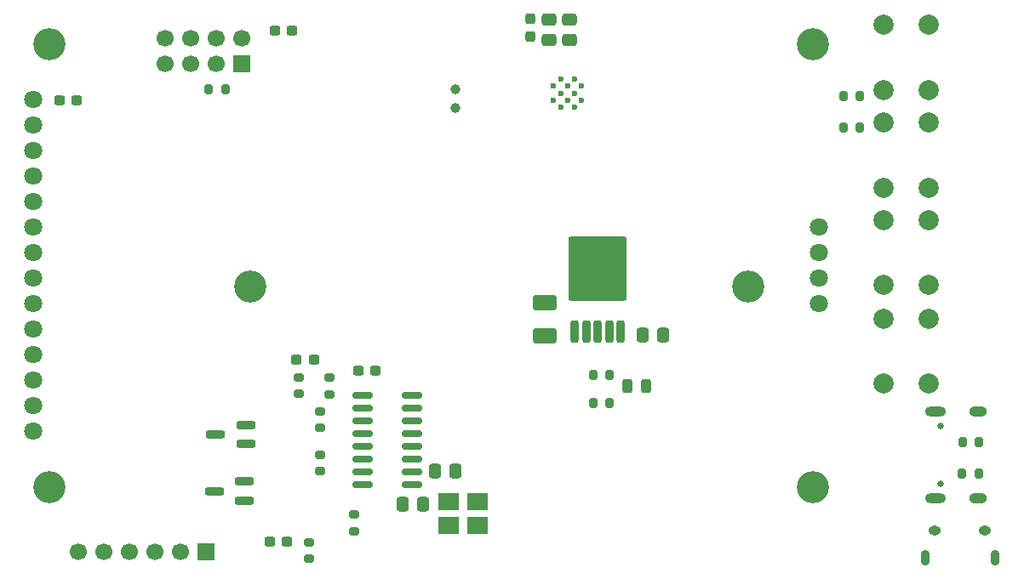
<source format=gbs>
%TF.GenerationSoftware,KiCad,Pcbnew,9.0.5*%
%TF.CreationDate,2025-11-26T19:59:54+01:00*%
%TF.ProjectId,stacja_pogody_modu__wew,73746163-6a61-45f7-906f-676f64795f6d,rev?*%
%TF.SameCoordinates,Original*%
%TF.FileFunction,Soldermask,Bot*%
%TF.FilePolarity,Negative*%
%FSLAX46Y46*%
G04 Gerber Fmt 4.6, Leading zero omitted, Abs format (unit mm)*
G04 Created by KiCad (PCBNEW 9.0.5) date 2025-11-26 19:59:54*
%MOMM*%
%LPD*%
G01*
G04 APERTURE LIST*
G04 Aperture macros list*
%AMRoundRect*
0 Rectangle with rounded corners*
0 $1 Rounding radius*
0 $2 $3 $4 $5 $6 $7 $8 $9 X,Y pos of 4 corners*
0 Add a 4 corners polygon primitive as box body*
4,1,4,$2,$3,$4,$5,$6,$7,$8,$9,$2,$3,0*
0 Add four circle primitives for the rounded corners*
1,1,$1+$1,$2,$3*
1,1,$1+$1,$4,$5*
1,1,$1+$1,$6,$7*
1,1,$1+$1,$8,$9*
0 Add four rect primitives between the rounded corners*
20,1,$1+$1,$2,$3,$4,$5,0*
20,1,$1+$1,$4,$5,$6,$7,0*
20,1,$1+$1,$6,$7,$8,$9,0*
20,1,$1+$1,$8,$9,$2,$3,0*%
G04 Aperture macros list end*
%ADD10C,3.200000*%
%ADD11C,1.800000*%
%ADD12R,1.700000X1.700000*%
%ADD13C,1.700000*%
%ADD14C,2.000000*%
%ADD15C,1.000000*%
%ADD16C,0.600000*%
%ADD17C,0.650000*%
%ADD18O,2.100000X1.000000*%
%ADD19O,1.800000X1.000000*%
%ADD20O,0.890000X1.550000*%
%ADD21O,1.250000X0.950000*%
%ADD22RoundRect,0.200000X0.200000X0.275000X-0.200000X0.275000X-0.200000X-0.275000X0.200000X-0.275000X0*%
%ADD23RoundRect,0.200000X0.275000X-0.200000X0.275000X0.200000X-0.275000X0.200000X-0.275000X-0.200000X0*%
%ADD24RoundRect,0.200000X0.750000X0.200000X-0.750000X0.200000X-0.750000X-0.200000X0.750000X-0.200000X0*%
%ADD25RoundRect,0.250000X0.337500X0.475000X-0.337500X0.475000X-0.337500X-0.475000X0.337500X-0.475000X0*%
%ADD26RoundRect,0.250000X-0.475000X0.337500X-0.475000X-0.337500X0.475000X-0.337500X0.475000X0.337500X0*%
%ADD27RoundRect,0.237500X0.300000X0.237500X-0.300000X0.237500X-0.300000X-0.237500X0.300000X-0.237500X0*%
%ADD28RoundRect,0.237500X-0.300000X-0.237500X0.300000X-0.237500X0.300000X0.237500X-0.300000X0.237500X0*%
%ADD29RoundRect,0.200000X-0.200000X-0.275000X0.200000X-0.275000X0.200000X0.275000X-0.200000X0.275000X0*%
%ADD30RoundRect,0.237500X-0.237500X0.300000X-0.237500X-0.300000X0.237500X-0.300000X0.237500X0.300000X0*%
%ADD31RoundRect,0.200000X-0.275000X0.200000X-0.275000X-0.200000X0.275000X-0.200000X0.275000X0.200000X0*%
%ADD32RoundRect,0.250000X-0.337500X-0.475000X0.337500X-0.475000X0.337500X0.475000X-0.337500X0.475000X0*%
%ADD33RoundRect,0.200000X0.200000X-0.900000X0.200000X0.900000X-0.200000X0.900000X-0.200000X-0.900000X0*%
%ADD34RoundRect,0.249997X2.650003X-2.950003X2.650003X2.950003X-2.650003X2.950003X-2.650003X-2.950003X0*%
%ADD35RoundRect,0.250001X0.944999X-0.507499X0.944999X0.507499X-0.944999X0.507499X-0.944999X-0.507499X0*%
%ADD36RoundRect,0.243750X0.243750X0.456250X-0.243750X0.456250X-0.243750X-0.456250X0.243750X-0.456250X0*%
%ADD37R,2.100000X1.800000*%
%ADD38RoundRect,0.150000X0.825000X0.150000X-0.825000X0.150000X-0.825000X-0.150000X0.825000X-0.150000X0*%
%ADD39C,0.350000*%
%ADD40C,0.200000*%
%ADD41O,1.700000X0.600000*%
%ADD42O,1.400000X0.600000*%
%ADD43O,0.500000X1.150000*%
%ADD44O,0.850000X0.550000*%
G04 APERTURE END LIST*
D10*
%TO.C,H2*%
X174500000Y-87000000D03*
%TD*%
%TO.C,U3*%
X180918400Y-106995026D03*
X180918044Y-62894849D03*
X105024743Y-62907515D03*
X105018400Y-106995026D03*
D11*
X103419672Y-68399569D03*
X103419672Y-70939569D03*
X103419672Y-73479569D03*
X103419672Y-76019569D03*
X103419672Y-78559569D03*
X103419672Y-81099569D03*
X103419672Y-83639569D03*
X103419672Y-86179569D03*
X103419672Y-88719569D03*
X103419672Y-91259569D03*
X103419672Y-93799569D03*
X103419672Y-96339569D03*
X103419672Y-98879569D03*
X103419672Y-101419569D03*
X181518044Y-81099849D03*
X181518044Y-83639849D03*
X181518044Y-86179849D03*
X181518044Y-88719849D03*
%TD*%
D12*
%TO.C,J2*%
X120620000Y-113440000D03*
D13*
X118080000Y-113440000D03*
X115540000Y-113440000D03*
X113000000Y-113440000D03*
X110460000Y-113440000D03*
X107920000Y-113440000D03*
%TD*%
D14*
%TO.C,SW4*%
X192440000Y-90190000D03*
X192440000Y-96690000D03*
X187940000Y-90190000D03*
X187940000Y-96690000D03*
%TD*%
D15*
%TO.C,Y2*%
X145360000Y-67370000D03*
X145360000Y-69270000D03*
%TD*%
D14*
%TO.C,SW3*%
X192480000Y-80370000D03*
X192480000Y-86870000D03*
X187980000Y-80370000D03*
X187980000Y-86870000D03*
%TD*%
%TO.C,SW2*%
X187990000Y-67460000D03*
X187990000Y-60960000D03*
X192490000Y-67460000D03*
X192490000Y-60960000D03*
%TD*%
D10*
%TO.C,H1*%
X125000000Y-87000000D03*
%TD*%
D16*
%TO.C,U2*%
X155160000Y-67070000D03*
X155160000Y-68470000D03*
X155860000Y-66370000D03*
X155860000Y-67770000D03*
X155860000Y-69170000D03*
X156560000Y-67070000D03*
X156560000Y-68470000D03*
X157260000Y-66370000D03*
X157260000Y-67770000D03*
X157260000Y-69170000D03*
X157960000Y-67070000D03*
X157960000Y-68470000D03*
%TD*%
D17*
%TO.C,J3*%
X193675000Y-106650000D03*
X193675000Y-100870000D03*
D18*
X193175000Y-108080000D03*
D19*
X197355000Y-108080000D03*
D18*
X193175000Y-99440000D03*
D19*
X197355000Y-99440000D03*
%TD*%
D20*
%TO.C,J1*%
X192090000Y-113990000D03*
D21*
X193090000Y-111290000D03*
X198090000Y-111290000D03*
D20*
X199090000Y-113990000D03*
%TD*%
D14*
%TO.C,SW1*%
X187990000Y-77180000D03*
X187990000Y-70680000D03*
X192490000Y-77180000D03*
X192490000Y-70680000D03*
%TD*%
D22*
%TO.C,R5*%
X197455000Y-105670000D03*
X195805000Y-105670000D03*
%TD*%
%TO.C,R2*%
X185625000Y-71140000D03*
X183975000Y-71140000D03*
%TD*%
D23*
%TO.C,R9*%
X131940000Y-101095000D03*
X131940000Y-99445000D03*
%TD*%
%TO.C,R8*%
X131910000Y-105405000D03*
X131910000Y-103755000D03*
%TD*%
D24*
%TO.C,Q1*%
X124430000Y-106440000D03*
X124430000Y-108340000D03*
X121430000Y-107390000D03*
%TD*%
D22*
%TO.C,R18*%
X122495000Y-67390000D03*
X120845000Y-67390000D03*
%TD*%
D25*
%TO.C,C9*%
X142197500Y-108690000D03*
X140122500Y-108690000D03*
%TD*%
D26*
%TO.C,C5*%
X156700000Y-60402500D03*
X156700000Y-62477500D03*
%TD*%
D27*
%TO.C,C13*%
X131302500Y-94310000D03*
X129577500Y-94310000D03*
%TD*%
%TO.C,C7*%
X107712500Y-68510000D03*
X105987500Y-68510000D03*
%TD*%
D28*
%TO.C,C11*%
X135747500Y-95410000D03*
X137472500Y-95410000D03*
%TD*%
D12*
%TO.C,U5*%
X124170000Y-64840000D03*
D13*
X124170000Y-62300000D03*
X121630000Y-64840000D03*
X121630000Y-62300000D03*
X119090000Y-64840000D03*
X119090000Y-62300000D03*
X116550000Y-64840000D03*
X116550000Y-62300000D03*
%TD*%
D27*
%TO.C,C6*%
X129175000Y-61560000D03*
X127450000Y-61560000D03*
%TD*%
D29*
%TO.C,R7*%
X159065000Y-95860000D03*
X160715000Y-95860000D03*
%TD*%
D30*
%TO.C,C2*%
X152840000Y-60357500D03*
X152840000Y-62082500D03*
%TD*%
D31*
%TO.C,R12*%
X129830000Y-96050000D03*
X129830000Y-97700000D03*
%TD*%
D23*
%TO.C,R10*%
X132820000Y-97765000D03*
X132820000Y-96115000D03*
%TD*%
%TO.C,R11*%
X135340000Y-111375000D03*
X135340000Y-109725000D03*
%TD*%
D24*
%TO.C,Q2*%
X124520000Y-100790000D03*
X124520000Y-102690000D03*
X121520000Y-101740000D03*
%TD*%
D22*
%TO.C,R4*%
X185635000Y-68070000D03*
X183985000Y-68070000D03*
%TD*%
D25*
%TO.C,C10*%
X166057500Y-91870000D03*
X163982500Y-91870000D03*
%TD*%
D29*
%TO.C,R15*%
X159085000Y-98640000D03*
X160735000Y-98640000D03*
%TD*%
D32*
%TO.C,C8*%
X143342500Y-105420000D03*
X145417500Y-105420000D03*
%TD*%
D33*
%TO.C,U7*%
X161835000Y-91505000D03*
X160695000Y-91505000D03*
X159555000Y-91505000D03*
D34*
X159555000Y-85205000D03*
D33*
X158415000Y-91505000D03*
X157275000Y-91505000D03*
%TD*%
D22*
%TO.C,R6*%
X197500000Y-102480000D03*
X195850000Y-102480000D03*
%TD*%
D31*
%TO.C,R14*%
X130800000Y-112495000D03*
X130800000Y-114145000D03*
%TD*%
D35*
%TO.C,C12*%
X154270000Y-91885000D03*
X154270000Y-88630000D03*
%TD*%
D36*
%TO.C,D2*%
X164387500Y-96930000D03*
X162512500Y-96930000D03*
%TD*%
D26*
%TO.C,C4*%
X154670000Y-60402500D03*
X154670000Y-62477500D03*
%TD*%
D37*
%TO.C,Y1*%
X144680000Y-108470000D03*
X147580000Y-108470000D03*
X147580000Y-110770000D03*
X144680000Y-110770000D03*
%TD*%
D38*
%TO.C,U6*%
X141090000Y-97830000D03*
X141090000Y-99100000D03*
X141090000Y-100370000D03*
X141090000Y-101640000D03*
X141090000Y-102910000D03*
X141090000Y-104180000D03*
X141090000Y-105450000D03*
X141090000Y-106720000D03*
X136140000Y-106720000D03*
X136140000Y-105450000D03*
X136140000Y-104180000D03*
X136140000Y-102910000D03*
X136140000Y-101640000D03*
X136140000Y-100370000D03*
X136140000Y-99100000D03*
X136140000Y-97830000D03*
%TD*%
D27*
%TO.C,C14*%
X128662500Y-112420000D03*
X126937500Y-112420000D03*
%TD*%
D39*
X174500000Y-87000000D03*
X180918400Y-106995026D03*
X180918044Y-62894849D03*
X105024743Y-62907515D03*
X105018400Y-106995026D03*
X103419672Y-68399569D03*
X103419672Y-70939569D03*
X103419672Y-73479569D03*
X103419672Y-76019569D03*
X103419672Y-78559569D03*
X103419672Y-81099569D03*
X103419672Y-83639569D03*
X103419672Y-86179569D03*
X103419672Y-88719569D03*
X103419672Y-91259569D03*
X103419672Y-93799569D03*
X103419672Y-96339569D03*
X103419672Y-98879569D03*
X103419672Y-101419569D03*
X181518044Y-81099849D03*
X181518044Y-83639849D03*
X181518044Y-86179849D03*
X181518044Y-88719849D03*
X120620000Y-113440000D03*
X118080000Y-113440000D03*
X115540000Y-113440000D03*
X113000000Y-113440000D03*
X110460000Y-113440000D03*
X107920000Y-113440000D03*
X192440000Y-90190000D03*
X192440000Y-96690000D03*
X187940000Y-90190000D03*
X187940000Y-96690000D03*
X145360000Y-67370000D03*
X145360000Y-69270000D03*
X192480000Y-80370000D03*
X192480000Y-86870000D03*
X187980000Y-80370000D03*
X187980000Y-86870000D03*
X187990000Y-67460000D03*
X187990000Y-60960000D03*
X192490000Y-67460000D03*
X192490000Y-60960000D03*
X125000000Y-87000000D03*
D40*
X155160000Y-67070000D03*
X155160000Y-68470000D03*
X155860000Y-66370000D03*
X155860000Y-67770000D03*
X155860000Y-69170000D03*
X156560000Y-67070000D03*
X156560000Y-68470000D03*
X157260000Y-66370000D03*
X157260000Y-67770000D03*
X157260000Y-69170000D03*
X157960000Y-67070000D03*
X157960000Y-68470000D03*
D39*
X193675000Y-106650000D03*
X193675000Y-100870000D03*
D41*
X193175000Y-108080000D03*
D42*
X197355000Y-108080000D03*
D41*
X193175000Y-99440000D03*
D42*
X197355000Y-99440000D03*
D43*
X192090000Y-113990000D03*
D44*
X193090000Y-111290000D03*
X198090000Y-111290000D03*
D43*
X199090000Y-113990000D03*
D39*
X187990000Y-77180000D03*
X187990000Y-70680000D03*
X192490000Y-77180000D03*
X192490000Y-70680000D03*
X124170000Y-64840000D03*
X124170000Y-62300000D03*
X121630000Y-64840000D03*
X121630000Y-62300000D03*
X119090000Y-64840000D03*
X119090000Y-62300000D03*
X116550000Y-64840000D03*
X116550000Y-62300000D03*
M02*

</source>
